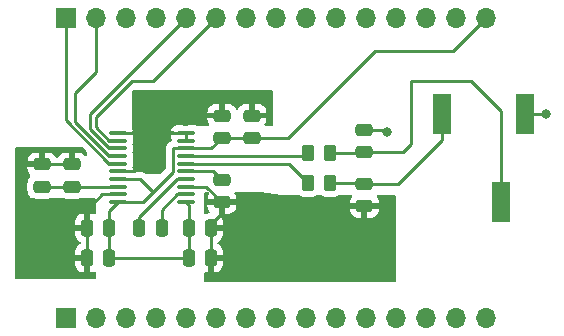
<source format=gbr>
%TF.GenerationSoftware,KiCad,Pcbnew,7.0.9*%
%TF.CreationDate,2023-12-17T12:43:31-08:00*%
%TF.ProjectId,bt_aux,62745f61-7578-42e6-9b69-6361645f7063,rev?*%
%TF.SameCoordinates,Original*%
%TF.FileFunction,Copper,L1,Top*%
%TF.FilePolarity,Positive*%
%FSLAX46Y46*%
G04 Gerber Fmt 4.6, Leading zero omitted, Abs format (unit mm)*
G04 Created by KiCad (PCBNEW 7.0.9) date 2023-12-17 12:43:31*
%MOMM*%
%LPD*%
G01*
G04 APERTURE LIST*
G04 Aperture macros list*
%AMRoundRect*
0 Rectangle with rounded corners*
0 $1 Rounding radius*
0 $2 $3 $4 $5 $6 $7 $8 $9 X,Y pos of 4 corners*
0 Add a 4 corners polygon primitive as box body*
4,1,4,$2,$3,$4,$5,$6,$7,$8,$9,$2,$3,0*
0 Add four circle primitives for the rounded corners*
1,1,$1+$1,$2,$3*
1,1,$1+$1,$4,$5*
1,1,$1+$1,$6,$7*
1,1,$1+$1,$8,$9*
0 Add four rect primitives between the rounded corners*
20,1,$1+$1,$2,$3,$4,$5,0*
20,1,$1+$1,$4,$5,$6,$7,0*
20,1,$1+$1,$6,$7,$8,$9,0*
20,1,$1+$1,$8,$9,$2,$3,0*%
G04 Aperture macros list end*
%TA.AperFunction,SMDPad,CuDef*%
%ADD10RoundRect,0.250000X0.475000X-0.250000X0.475000X0.250000X-0.475000X0.250000X-0.475000X-0.250000X0*%
%TD*%
%TA.AperFunction,SMDPad,CuDef*%
%ADD11RoundRect,0.250000X-0.475000X0.250000X-0.475000X-0.250000X0.475000X-0.250000X0.475000X0.250000X0*%
%TD*%
%TA.AperFunction,SMDPad,CuDef*%
%ADD12R,1.500000X3.500000*%
%TD*%
%TA.AperFunction,SMDPad,CuDef*%
%ADD13RoundRect,0.250000X-0.262500X-0.450000X0.262500X-0.450000X0.262500X0.450000X-0.262500X0.450000X0*%
%TD*%
%TA.AperFunction,SMDPad,CuDef*%
%ADD14RoundRect,0.250000X0.250000X0.475000X-0.250000X0.475000X-0.250000X-0.475000X0.250000X-0.475000X0*%
%TD*%
%TA.AperFunction,ComponentPad*%
%ADD15R,1.700000X1.700000*%
%TD*%
%TA.AperFunction,ComponentPad*%
%ADD16O,1.700000X1.700000*%
%TD*%
%TA.AperFunction,SMDPad,CuDef*%
%ADD17RoundRect,0.250000X-0.250000X-0.475000X0.250000X-0.475000X0.250000X0.475000X-0.250000X0.475000X0*%
%TD*%
%TA.AperFunction,SMDPad,CuDef*%
%ADD18RoundRect,0.100000X0.637500X0.100000X-0.637500X0.100000X-0.637500X-0.100000X0.637500X-0.100000X0*%
%TD*%
%TA.AperFunction,ViaPad*%
%ADD19C,0.800000*%
%TD*%
%TA.AperFunction,Conductor*%
%ADD20C,0.250000*%
%TD*%
G04 APERTURE END LIST*
D10*
%TO.P,C8,1*%
%TO.N,/right*%
X153035000Y-102820000D03*
%TO.P,C8,2*%
%TO.N,GND*%
X153035000Y-100920000D03*
%TD*%
D11*
%TO.P,C13,1*%
%TO.N,Net-(U1-VNEG)*%
X140970000Y-105156000D03*
%TO.P,C13,2*%
%TO.N,GND*%
X140970000Y-107056000D03*
%TD*%
D12*
%TO.P,J3,R*%
%TO.N,/right*%
X164592000Y-107060000D03*
%TO.P,J3,S*%
%TO.N,GND*%
X166592000Y-99560000D03*
%TO.P,J3,T*%
%TO.N,/left*%
X159592000Y-99560000D03*
%TD*%
D13*
%TO.P,R1,1*%
%TO.N,Net-(U1-OUTL)*%
X148275000Y-105410000D03*
%TO.P,R1,2*%
%TO.N,/left*%
X150100000Y-105410000D03*
%TD*%
D14*
%TO.P,C15,1*%
%TO.N,+3.3V*%
X131445000Y-111760000D03*
%TO.P,C15,2*%
%TO.N,GND*%
X129545000Y-111760000D03*
%TD*%
D10*
%TO.P,C10,1*%
%TO.N,Net-(U1-LDOO)*%
X125730000Y-105735000D03*
%TO.P,C10,2*%
%TO.N,GND*%
X125730000Y-103835000D03*
%TD*%
D15*
%TO.P,J1,1,Pin_1*%
%TO.N,unconnected-(J1-Pin_1-Pad1)*%
X127762000Y-116840000D03*
D16*
%TO.P,J1,2,Pin_2*%
%TO.N,unconnected-(J1-Pin_2-Pad2)*%
X130302000Y-116840000D03*
%TO.P,J1,3,Pin_3*%
%TO.N,unconnected-(J1-Pin_3-Pad3)*%
X132842000Y-116840000D03*
%TO.P,J1,4,Pin_4*%
%TO.N,unconnected-(J1-Pin_4-Pad4)*%
X135382000Y-116840000D03*
%TO.P,J1,5,Pin_5*%
%TO.N,unconnected-(J1-Pin_5-Pad5)*%
X137922000Y-116840000D03*
%TO.P,J1,6,Pin_6*%
%TO.N,unconnected-(J1-Pin_6-Pad6)*%
X140462000Y-116840000D03*
%TO.P,J1,7,Pin_7*%
%TO.N,unconnected-(J1-Pin_7-Pad7)*%
X143002000Y-116840000D03*
%TO.P,J1,8,Pin_8*%
%TO.N,unconnected-(J1-Pin_8-Pad8)*%
X145542000Y-116840000D03*
%TO.P,J1,9,Pin_9*%
%TO.N,unconnected-(J1-Pin_9-Pad9)*%
X148082000Y-116840000D03*
%TO.P,J1,10,Pin_10*%
%TO.N,unconnected-(J1-Pin_10-Pad10)*%
X150622000Y-116840000D03*
%TO.P,J1,11,Pin_11*%
%TO.N,unconnected-(J1-Pin_11-Pad11)*%
X153162000Y-116840000D03*
%TO.P,J1,12,Pin_12*%
%TO.N,unconnected-(J1-Pin_12-Pad12)*%
X155702000Y-116840000D03*
%TO.P,J1,13,Pin_13*%
%TO.N,unconnected-(J1-Pin_13-Pad13)*%
X158242000Y-116840000D03*
%TO.P,J1,14,Pin_14*%
%TO.N,GND*%
X160782000Y-116840000D03*
%TO.P,J1,15,Pin_15*%
%TO.N,unconnected-(J1-Pin_15-Pad15)*%
X163322000Y-116840000D03*
%TD*%
D17*
%TO.P,C17,1*%
%TO.N,+3.3V*%
X138176000Y-111760000D03*
%TO.P,C17,2*%
%TO.N,GND*%
X140076000Y-111760000D03*
%TD*%
D11*
%TO.P,C7,1*%
%TO.N,/left*%
X153035000Y-105460000D03*
%TO.P,C7,2*%
%TO.N,GND*%
X153035000Y-107360000D03*
%TD*%
D10*
%TO.P,C12,1*%
%TO.N,+3.3V*%
X143510000Y-101600000D03*
%TO.P,C12,2*%
%TO.N,GND*%
X143510000Y-99700000D03*
%TD*%
%TO.P,C11,1*%
%TO.N,+3.3V*%
X140970000Y-101600000D03*
%TO.P,C11,2*%
%TO.N,GND*%
X140970000Y-99700000D03*
%TD*%
D18*
%TO.P,U1,1,CPVDD*%
%TO.N,+3.3V*%
X137912500Y-107035000D03*
%TO.P,U1,2,CAPP*%
%TO.N,Net-(U1-CAPP)*%
X137912500Y-106385000D03*
%TO.P,U1,3,CPGND*%
%TO.N,GND*%
X137912500Y-105735000D03*
%TO.P,U1,4,CAPM*%
%TO.N,Net-(U1-CAPM)*%
X137912500Y-105085000D03*
%TO.P,U1,5,VNEG*%
%TO.N,Net-(U1-VNEG)*%
X137912500Y-104435000D03*
%TO.P,U1,6,OUTL*%
%TO.N,Net-(U1-OUTL)*%
X137912500Y-103785000D03*
%TO.P,U1,7,OUTR*%
%TO.N,Net-(U1-OUTR)*%
X137912500Y-103135000D03*
%TO.P,U1,8,AVDD*%
%TO.N,+3.3V*%
X137912500Y-102485000D03*
%TO.P,U1,9,AGND*%
%TO.N,GND*%
X137912500Y-101835000D03*
%TO.P,U1,10,DEMP*%
X137912500Y-101185000D03*
%TO.P,U1,11,FLT*%
X132187500Y-101185000D03*
%TO.P,U1,12,SCK*%
%TO.N,/sck*%
X132187500Y-101835000D03*
%TO.P,U1,13,BCK*%
%TO.N,/bck*%
X132187500Y-102485000D03*
%TO.P,U1,14,DIN*%
%TO.N,/din*%
X132187500Y-103135000D03*
%TO.P,U1,15,LRCK*%
%TO.N,/lrck*%
X132187500Y-103785000D03*
%TO.P,U1,16,FMT*%
%TO.N,GND*%
X132187500Y-104435000D03*
%TO.P,U1,17,XSMT*%
%TO.N,+3.3V*%
X132187500Y-105085000D03*
%TO.P,U1,18,LDOO*%
%TO.N,Net-(U1-LDOO)*%
X132187500Y-105735000D03*
%TO.P,U1,19,DGND*%
%TO.N,GND*%
X132187500Y-106385000D03*
%TO.P,U1,20,DVDD*%
%TO.N,+3.3V*%
X132187500Y-107035000D03*
%TD*%
D14*
%TO.P,C14,1*%
%TO.N,+3.3V*%
X131445000Y-109220000D03*
%TO.P,C14,2*%
%TO.N,GND*%
X129545000Y-109220000D03*
%TD*%
D13*
%TO.P,R2,1*%
%TO.N,Net-(U1-OUTR)*%
X148275000Y-102870000D03*
%TO.P,R2,2*%
%TO.N,/right*%
X150100000Y-102870000D03*
%TD*%
D14*
%TO.P,C18,1*%
%TO.N,Net-(U1-CAPP)*%
X135890000Y-109220000D03*
%TO.P,C18,2*%
%TO.N,Net-(U1-CAPM)*%
X133990000Y-109220000D03*
%TD*%
D17*
%TO.P,C16,1*%
%TO.N,+3.3V*%
X138176000Y-109220000D03*
%TO.P,C16,2*%
%TO.N,GND*%
X140076000Y-109220000D03*
%TD*%
D10*
%TO.P,C9,1*%
%TO.N,Net-(U1-LDOO)*%
X128270000Y-105735000D03*
%TO.P,C9,2*%
%TO.N,GND*%
X128270000Y-103835000D03*
%TD*%
D15*
%TO.P,J2,1,Pin_1*%
%TO.N,/lrck*%
X127762000Y-91440000D03*
D16*
%TO.P,J2,2,Pin_2*%
%TO.N,/din*%
X130302000Y-91440000D03*
%TO.P,J2,3,Pin_3*%
%TO.N,unconnected-(J2-Pin_3-Pad3)*%
X132842000Y-91440000D03*
%TO.P,J2,4,Pin_4*%
%TO.N,unconnected-(J2-Pin_4-Pad4)*%
X135382000Y-91440000D03*
%TO.P,J2,5,Pin_5*%
%TO.N,/bck*%
X137922000Y-91440000D03*
%TO.P,J2,6,Pin_6*%
%TO.N,/sck*%
X140462000Y-91440000D03*
%TO.P,J2,7,Pin_7*%
%TO.N,unconnected-(J2-Pin_7-Pad7)*%
X143002000Y-91440000D03*
%TO.P,J2,8,Pin_8*%
%TO.N,unconnected-(J2-Pin_8-Pad8)*%
X145542000Y-91440000D03*
%TO.P,J2,9,Pin_9*%
%TO.N,unconnected-(J2-Pin_9-Pad9)*%
X148082000Y-91440000D03*
%TO.P,J2,10,Pin_10*%
%TO.N,unconnected-(J2-Pin_10-Pad10)*%
X150622000Y-91440000D03*
%TO.P,J2,11,Pin_11*%
%TO.N,unconnected-(J2-Pin_11-Pad11)*%
X153162000Y-91440000D03*
%TO.P,J2,12,Pin_12*%
%TO.N,unconnected-(J2-Pin_12-Pad12)*%
X155702000Y-91440000D03*
%TO.P,J2,13,Pin_13*%
%TO.N,unconnected-(J2-Pin_13-Pad13)*%
X158242000Y-91440000D03*
%TO.P,J2,14,Pin_14*%
%TO.N,GND*%
X160782000Y-91440000D03*
%TO.P,J2,15,Pin_15*%
%TO.N,+3.3V*%
X163322000Y-91440000D03*
%TD*%
D19*
%TO.N,GND*%
X142240000Y-112776000D03*
X124206000Y-112776000D03*
X129540000Y-107442000D03*
X142240000Y-98044000D03*
X147320000Y-107188000D03*
X168402000Y-99568000D03*
X154940000Y-109220000D03*
X150368000Y-113030000D03*
X123952000Y-103886000D03*
X134874000Y-98298000D03*
X124460000Y-108204000D03*
X143002000Y-107696000D03*
X134874000Y-103632000D03*
X154940000Y-101092000D03*
X134874000Y-101346000D03*
%TD*%
D20*
%TO.N,/left*%
X152985000Y-105410000D02*
X153035000Y-105460000D01*
X150100000Y-105410000D02*
X152985000Y-105410000D01*
X159592000Y-101774000D02*
X155906000Y-105460000D01*
X159592000Y-99560000D02*
X159592000Y-101774000D01*
X155906000Y-105460000D02*
X153035000Y-105460000D01*
%TO.N,GND*%
X139649000Y-105735000D02*
X137912500Y-105735000D01*
X140076000Y-108844000D02*
X140970000Y-107950000D01*
X128270000Y-103835000D02*
X125730000Y-103835000D01*
X153035000Y-100920000D02*
X154768000Y-100920000D01*
X137912500Y-101185000D02*
X137912500Y-101835000D01*
X140076000Y-109220000D02*
X140076000Y-108844000D01*
X168394000Y-99560000D02*
X168402000Y-99568000D01*
X137912500Y-101185000D02*
X136559000Y-101185000D01*
X140970000Y-107950000D02*
X140970000Y-107056000D01*
X132187500Y-101185000D02*
X133765000Y-101185000D01*
X154768000Y-100920000D02*
X154940000Y-101092000D01*
X140076000Y-109220000D02*
X140076000Y-111760000D01*
X132187500Y-104435000D02*
X133563000Y-104435000D01*
X136559000Y-101185000D02*
X136398000Y-101346000D01*
X133563000Y-104435000D02*
X133858000Y-104140000D01*
X130851000Y-106385000D02*
X130048000Y-107188000D01*
X129545000Y-109220000D02*
X129545000Y-111760000D01*
X132187500Y-106385000D02*
X130851000Y-106385000D01*
X140970000Y-107056000D02*
X139649000Y-105735000D01*
X166592000Y-99560000D02*
X168394000Y-99560000D01*
%TO.N,/right*%
X156972000Y-102108000D02*
X156260000Y-102820000D01*
X164592000Y-99314000D02*
X162052000Y-96774000D01*
X156260000Y-102820000D02*
X153035000Y-102820000D01*
X162052000Y-96774000D02*
X156972000Y-96774000D01*
X150100000Y-102870000D02*
X152985000Y-102870000D01*
X156972000Y-96774000D02*
X156972000Y-102108000D01*
X152985000Y-102870000D02*
X153035000Y-102820000D01*
X164592000Y-107060000D02*
X164592000Y-99314000D01*
%TO.N,Net-(U1-LDOO)*%
X128265000Y-105405000D02*
X128270000Y-105410000D01*
X128270000Y-105735000D02*
X125730000Y-105735000D01*
X128270000Y-105410000D02*
X128595000Y-105735000D01*
X128270000Y-105735000D02*
X132187500Y-105735000D01*
%TO.N,+3.3V*%
X138176000Y-111760000D02*
X138176000Y-107298500D01*
X140970000Y-101600000D02*
X143510000Y-101600000D01*
X132187500Y-105085000D02*
X134041000Y-105085000D01*
X140085000Y-102485000D02*
X137912500Y-102485000D01*
X134041000Y-105085000D02*
X135128000Y-106172000D01*
X134265000Y-107035000D02*
X132187500Y-107035000D01*
X146558000Y-101600000D02*
X143510000Y-101600000D01*
X131445000Y-107777500D02*
X132187500Y-107035000D01*
X137912500Y-102485000D02*
X136850000Y-102485000D01*
X136850000Y-104450000D02*
X134620000Y-106680000D01*
X160528000Y-94234000D02*
X153924000Y-94234000D01*
X134620000Y-106680000D02*
X134265000Y-107035000D01*
X131445000Y-111760000D02*
X138176000Y-111760000D01*
X131445000Y-109220000D02*
X131445000Y-107777500D01*
X131445000Y-111760000D02*
X131445000Y-109220000D01*
X136850000Y-102485000D02*
X136850000Y-104450000D01*
X138176000Y-107298500D02*
X137912500Y-107035000D01*
X163322000Y-91440000D02*
X160528000Y-94234000D01*
X140970000Y-101600000D02*
X140085000Y-102485000D01*
X153924000Y-94234000D02*
X146558000Y-101600000D01*
%TO.N,Net-(U1-VNEG)*%
X140249000Y-104435000D02*
X137912500Y-104435000D01*
X140970000Y-105156000D02*
X140249000Y-104435000D01*
%TO.N,Net-(U1-CAPP)*%
X135890000Y-107670001D02*
X137175001Y-106385000D01*
X135890000Y-109220000D02*
X135890000Y-107670001D01*
X137175001Y-106385000D02*
X137912500Y-106385000D01*
%TO.N,Net-(U1-CAPM)*%
X133990000Y-109220000D02*
X133990000Y-108270001D01*
X133990000Y-108270001D02*
X137175001Y-105085000D01*
X137175001Y-105085000D02*
X137912500Y-105085000D01*
%TO.N,/lrck*%
X131450001Y-103785000D02*
X127762000Y-100096999D01*
X127762000Y-100096999D02*
X127762000Y-91440000D01*
X132187500Y-103785000D02*
X131450001Y-103785000D01*
%TO.N,/din*%
X132187500Y-103135000D02*
X131450001Y-103135000D01*
X128524000Y-100208999D02*
X128524000Y-97790000D01*
X131450001Y-103135000D02*
X128524000Y-100208999D01*
X130302000Y-96012000D02*
X130302000Y-91440000D01*
X128524000Y-97790000D02*
X130302000Y-96012000D01*
%TO.N,/bck*%
X129794000Y-100828999D02*
X129794000Y-99568000D01*
X129794000Y-99568000D02*
X137922000Y-91440000D01*
X131450001Y-102485000D02*
X129794000Y-100828999D01*
X132187500Y-102485000D02*
X131450001Y-102485000D01*
%TO.N,/sck*%
X132187500Y-101835000D02*
X131450001Y-101835000D01*
X135128000Y-96774000D02*
X140462000Y-91440000D01*
X130302000Y-100686999D02*
X130302000Y-99822000D01*
X131450001Y-101835000D02*
X130302000Y-100686999D01*
X130302000Y-99822000D02*
X133350000Y-96774000D01*
X133350000Y-96774000D02*
X135128000Y-96774000D01*
%TO.N,Net-(U1-OUTL)*%
X148275000Y-105410000D02*
X146650000Y-103785000D01*
X146650000Y-103785000D02*
X137912500Y-103785000D01*
%TO.N,Net-(U1-OUTR)*%
X148010000Y-103135000D02*
X137912500Y-103135000D01*
X148275000Y-102870000D02*
X148010000Y-103135000D01*
%TD*%
%TA.AperFunction,Conductor*%
%TO.N,GND*%
G36*
X129158088Y-102381685D02*
G01*
X129178727Y-102398316D01*
X129503681Y-102723271D01*
X129537166Y-102784593D01*
X129540000Y-102810951D01*
X129540000Y-103019977D01*
X129520315Y-103087016D01*
X129467511Y-103132771D01*
X129398353Y-103142715D01*
X129334797Y-103113690D01*
X129328319Y-103107658D01*
X129213345Y-102992684D01*
X129064124Y-102900643D01*
X129064119Y-102900641D01*
X128897697Y-102845494D01*
X128897690Y-102845493D01*
X128794986Y-102835000D01*
X128520000Y-102835000D01*
X128520000Y-103961000D01*
X128500315Y-104028039D01*
X128447511Y-104073794D01*
X128396000Y-104085000D01*
X128144000Y-104085000D01*
X128076961Y-104065315D01*
X128031206Y-104012511D01*
X128020000Y-103961000D01*
X128020000Y-102835000D01*
X127745029Y-102835000D01*
X127745012Y-102835001D01*
X127642302Y-102845494D01*
X127475880Y-102900641D01*
X127475875Y-102900643D01*
X127326654Y-102992684D01*
X127202684Y-103116654D01*
X127106851Y-103272025D01*
X127104800Y-103270759D01*
X127066201Y-103314590D01*
X126999006Y-103333737D01*
X126932127Y-103313516D01*
X126895120Y-103270808D01*
X126893149Y-103272025D01*
X126797315Y-103116654D01*
X126673345Y-102992684D01*
X126524124Y-102900643D01*
X126524119Y-102900641D01*
X126357697Y-102845494D01*
X126357690Y-102845493D01*
X126254986Y-102835000D01*
X125980000Y-102835000D01*
X125980000Y-103961000D01*
X125960315Y-104028039D01*
X125907511Y-104073794D01*
X125856000Y-104085000D01*
X124505001Y-104085000D01*
X124505001Y-104134986D01*
X124515494Y-104237697D01*
X124570641Y-104404119D01*
X124570643Y-104404124D01*
X124662684Y-104553345D01*
X124677681Y-104568342D01*
X124711166Y-104629665D01*
X124714000Y-104656023D01*
X124714000Y-104913270D01*
X124694315Y-104980309D01*
X124677681Y-105000951D01*
X124662289Y-105016342D01*
X124570187Y-105165663D01*
X124570186Y-105165666D01*
X124515001Y-105332203D01*
X124515001Y-105332204D01*
X124515000Y-105332204D01*
X124504500Y-105434983D01*
X124504500Y-106035001D01*
X124504501Y-106035019D01*
X124515000Y-106137796D01*
X124515001Y-106137799D01*
X124570185Y-106304331D01*
X124570187Y-106304336D01*
X124662289Y-106453657D01*
X124677681Y-106469049D01*
X124711166Y-106530372D01*
X124714000Y-106556730D01*
X124714000Y-106680000D01*
X124946395Y-106680000D01*
X124985399Y-106686294D01*
X125102203Y-106724999D01*
X125204991Y-106735500D01*
X126255008Y-106735499D01*
X126255016Y-106735498D01*
X126255019Y-106735498D01*
X126311302Y-106729748D01*
X126357797Y-106724999D01*
X126474601Y-106686294D01*
X126513605Y-106680000D01*
X127486395Y-106680000D01*
X127525399Y-106686294D01*
X127642203Y-106724999D01*
X127744991Y-106735500D01*
X128795008Y-106735499D01*
X128795016Y-106735498D01*
X128795019Y-106735498D01*
X128851302Y-106729748D01*
X128897797Y-106724999D01*
X129014601Y-106686294D01*
X129053605Y-106680000D01*
X130178000Y-106680000D01*
X130245039Y-106699685D01*
X130290794Y-106752489D01*
X130302000Y-106804000D01*
X130302000Y-107954351D01*
X130282315Y-108021390D01*
X130229511Y-108067145D01*
X130160353Y-108077089D01*
X130121064Y-108062850D01*
X130120670Y-108063696D01*
X130114119Y-108060641D01*
X129947697Y-108005494D01*
X129947690Y-108005493D01*
X129844986Y-107995000D01*
X129795000Y-107995000D01*
X129795000Y-109346000D01*
X129775315Y-109413039D01*
X129722511Y-109458794D01*
X129671000Y-109470000D01*
X128545001Y-109470000D01*
X128545001Y-109744986D01*
X128555494Y-109847697D01*
X128610641Y-110014119D01*
X128610643Y-110014124D01*
X128702684Y-110163345D01*
X128826654Y-110287315D01*
X128982025Y-110383149D01*
X128980759Y-110385199D01*
X129024590Y-110423799D01*
X129043737Y-110490994D01*
X129023516Y-110557873D01*
X128980808Y-110594879D01*
X128982025Y-110596851D01*
X128826654Y-110692684D01*
X128702684Y-110816654D01*
X128610643Y-110965875D01*
X128610641Y-110965880D01*
X128555494Y-111132302D01*
X128555493Y-111132309D01*
X128545000Y-111235013D01*
X128545000Y-111510000D01*
X129671000Y-111510000D01*
X129738039Y-111529685D01*
X129783794Y-111582489D01*
X129795000Y-111634000D01*
X129795000Y-112984999D01*
X129844972Y-112984999D01*
X129844986Y-112984998D01*
X129947697Y-112974505D01*
X130114119Y-112919358D01*
X130120670Y-112916304D01*
X130121365Y-112917795D01*
X130180289Y-112901669D01*
X130246953Y-112922588D01*
X130291726Y-112976227D01*
X130302000Y-113025648D01*
X130302000Y-113414000D01*
X130282315Y-113481039D01*
X130229511Y-113526794D01*
X130178000Y-113538000D01*
X123568000Y-113538000D01*
X123500961Y-113518315D01*
X123455206Y-113465511D01*
X123444000Y-113414000D01*
X123444000Y-112010000D01*
X128545001Y-112010000D01*
X128545001Y-112284986D01*
X128555494Y-112387697D01*
X128610641Y-112554119D01*
X128610643Y-112554124D01*
X128702684Y-112703345D01*
X128826654Y-112827315D01*
X128975875Y-112919356D01*
X128975880Y-112919358D01*
X129142302Y-112974505D01*
X129142309Y-112974506D01*
X129245019Y-112984999D01*
X129294999Y-112984998D01*
X129295000Y-112984998D01*
X129295000Y-112010000D01*
X128545001Y-112010000D01*
X123444000Y-112010000D01*
X123444000Y-108970000D01*
X128545000Y-108970000D01*
X129295000Y-108970000D01*
X129295000Y-107995000D01*
X129294999Y-107994999D01*
X129245029Y-107995000D01*
X129245011Y-107995001D01*
X129142302Y-108005494D01*
X128975880Y-108060641D01*
X128975875Y-108060643D01*
X128826654Y-108152684D01*
X128702684Y-108276654D01*
X128610643Y-108425875D01*
X128610641Y-108425880D01*
X128555494Y-108592302D01*
X128555493Y-108592309D01*
X128545000Y-108695013D01*
X128545000Y-108970000D01*
X123444000Y-108970000D01*
X123444000Y-103585000D01*
X124505000Y-103585000D01*
X125480000Y-103585000D01*
X125480000Y-102835000D01*
X125205029Y-102835000D01*
X125205012Y-102835001D01*
X125102302Y-102845494D01*
X124935880Y-102900641D01*
X124935875Y-102900643D01*
X124786654Y-102992684D01*
X124662684Y-103116654D01*
X124570643Y-103265875D01*
X124570641Y-103265880D01*
X124515494Y-103432302D01*
X124515493Y-103432309D01*
X124505000Y-103535013D01*
X124505000Y-103585000D01*
X123444000Y-103585000D01*
X123444000Y-102486000D01*
X123463685Y-102418961D01*
X123516489Y-102373206D01*
X123568000Y-102362000D01*
X129091049Y-102362000D01*
X129158088Y-102381685D01*
G37*
%TD.AperFunction*%
%TD*%
%TA.AperFunction,Conductor*%
%TO.N,GND*%
G36*
X139849725Y-106191685D02*
G01*
X139895480Y-106244489D01*
X139905424Y-106313647D01*
X139888225Y-106361097D01*
X139810643Y-106486875D01*
X139810641Y-106486880D01*
X139755494Y-106653302D01*
X139755493Y-106653309D01*
X139745000Y-106756013D01*
X139745000Y-106806000D01*
X142194999Y-106806000D01*
X142194999Y-106756028D01*
X142194998Y-106756013D01*
X142184505Y-106653302D01*
X142129358Y-106486880D01*
X142129356Y-106486875D01*
X142051775Y-106361097D01*
X142033335Y-106293704D01*
X142054257Y-106227041D01*
X142107899Y-106182271D01*
X142157314Y-106172000D01*
X144263186Y-106172000D01*
X144280722Y-106173246D01*
X146050000Y-106426000D01*
X147466961Y-106426000D01*
X147534000Y-106445685D01*
X147543815Y-106452693D01*
X147543841Y-106452709D01*
X147543844Y-106452712D01*
X147693166Y-106544814D01*
X147859703Y-106599999D01*
X147962491Y-106610500D01*
X148587508Y-106610499D01*
X148587516Y-106610498D01*
X148587519Y-106610498D01*
X148643802Y-106604748D01*
X148690297Y-106599999D01*
X148856834Y-106544814D01*
X149006156Y-106452712D01*
X149006157Y-106452710D01*
X149012303Y-106448920D01*
X149012956Y-106449979D01*
X149070922Y-106426593D01*
X149083039Y-106426000D01*
X149291961Y-106426000D01*
X149359000Y-106445685D01*
X149368815Y-106452693D01*
X149368841Y-106452709D01*
X149368844Y-106452712D01*
X149518166Y-106544814D01*
X149684703Y-106599999D01*
X149787491Y-106610500D01*
X150412508Y-106610499D01*
X150412516Y-106610498D01*
X150412519Y-106610498D01*
X150468802Y-106604748D01*
X150515297Y-106599999D01*
X150681834Y-106544814D01*
X150831156Y-106452712D01*
X150831157Y-106452710D01*
X150837303Y-106448920D01*
X150837956Y-106449979D01*
X150895922Y-106426593D01*
X150908039Y-106426000D01*
X151883977Y-106426000D01*
X151951016Y-106445685D01*
X151996771Y-106498489D01*
X152006715Y-106567647D01*
X151977690Y-106631203D01*
X151971658Y-106637681D01*
X151967684Y-106641654D01*
X151875643Y-106790875D01*
X151875641Y-106790880D01*
X151820494Y-106957302D01*
X151820493Y-106957309D01*
X151810000Y-107060013D01*
X151810000Y-107110000D01*
X154259999Y-107110000D01*
X154259999Y-107060028D01*
X154259998Y-107060013D01*
X154249505Y-106957302D01*
X154194358Y-106790880D01*
X154194356Y-106790875D01*
X154102315Y-106641654D01*
X154098342Y-106637681D01*
X154064857Y-106576358D01*
X154069841Y-106506666D01*
X154111713Y-106450733D01*
X154177177Y-106426316D01*
X154186023Y-106426000D01*
X155578000Y-106426000D01*
X155645039Y-106445685D01*
X155690794Y-106498489D01*
X155702000Y-106550000D01*
X155702000Y-113668000D01*
X155682315Y-113735039D01*
X155629511Y-113780794D01*
X155578000Y-113792000D01*
X139570000Y-113792000D01*
X139502961Y-113772315D01*
X139457206Y-113719511D01*
X139446000Y-113668000D01*
X139446000Y-113070904D01*
X139465685Y-113003865D01*
X139518489Y-112958110D01*
X139587647Y-112948166D01*
X139609005Y-112953198D01*
X139673305Y-112974505D01*
X139673309Y-112974506D01*
X139776019Y-112984999D01*
X139825999Y-112984998D01*
X139826000Y-112984998D01*
X139826000Y-112010000D01*
X140326000Y-112010000D01*
X140326000Y-112984999D01*
X140375972Y-112984999D01*
X140375986Y-112984998D01*
X140478697Y-112974505D01*
X140645119Y-112919358D01*
X140645124Y-112919356D01*
X140794345Y-112827315D01*
X140918315Y-112703345D01*
X141010356Y-112554124D01*
X141010358Y-112554119D01*
X141065505Y-112387697D01*
X141065506Y-112387690D01*
X141075999Y-112284986D01*
X141076000Y-112284973D01*
X141076000Y-112010000D01*
X140326000Y-112010000D01*
X139826000Y-112010000D01*
X139826000Y-111634000D01*
X139845685Y-111566961D01*
X139898489Y-111521206D01*
X139950000Y-111510000D01*
X141075999Y-111510000D01*
X141075999Y-111235028D01*
X141075998Y-111235013D01*
X141065505Y-111132302D01*
X141010358Y-110965880D01*
X141010356Y-110965875D01*
X140918315Y-110816654D01*
X140794345Y-110692684D01*
X140638975Y-110596851D01*
X140640241Y-110594797D01*
X140596418Y-110556216D01*
X140577262Y-110489023D01*
X140597474Y-110422141D01*
X140640193Y-110385124D01*
X140638975Y-110383149D01*
X140794345Y-110287315D01*
X140918315Y-110163345D01*
X141010356Y-110014124D01*
X141010358Y-110014119D01*
X141065505Y-109847697D01*
X141065506Y-109847690D01*
X141075999Y-109744986D01*
X141076000Y-109744973D01*
X141076000Y-109470000D01*
X139950000Y-109470000D01*
X139882961Y-109450315D01*
X139837206Y-109397511D01*
X139826000Y-109346000D01*
X139826000Y-109094000D01*
X139845685Y-109026961D01*
X139898489Y-108981206D01*
X139950000Y-108970000D01*
X141075999Y-108970000D01*
X141075999Y-108695028D01*
X141075998Y-108695013D01*
X141065505Y-108592302D01*
X141010358Y-108425880D01*
X141010356Y-108425875D01*
X140918315Y-108276654D01*
X140794343Y-108152682D01*
X140778902Y-108143158D01*
X140732178Y-108091209D01*
X140720000Y-108037620D01*
X140720000Y-107306000D01*
X141220000Y-107306000D01*
X141220000Y-108055999D01*
X141494972Y-108055999D01*
X141494986Y-108055998D01*
X141597697Y-108045505D01*
X141764119Y-107990358D01*
X141764124Y-107990356D01*
X141913345Y-107898315D01*
X142037315Y-107774345D01*
X142129356Y-107625124D01*
X142129358Y-107625119D01*
X142134368Y-107610000D01*
X151810001Y-107610000D01*
X151810001Y-107659986D01*
X151820494Y-107762697D01*
X151875641Y-107929119D01*
X151875643Y-107929124D01*
X151967684Y-108078345D01*
X152091654Y-108202315D01*
X152240875Y-108294356D01*
X152240880Y-108294358D01*
X152407302Y-108349505D01*
X152407309Y-108349506D01*
X152510019Y-108359999D01*
X152784999Y-108359999D01*
X152785000Y-108359998D01*
X152785000Y-107610000D01*
X153285000Y-107610000D01*
X153285000Y-108359999D01*
X153559972Y-108359999D01*
X153559986Y-108359998D01*
X153662697Y-108349505D01*
X153829119Y-108294358D01*
X153829124Y-108294356D01*
X153978345Y-108202315D01*
X154102315Y-108078345D01*
X154194356Y-107929124D01*
X154194358Y-107929119D01*
X154249505Y-107762697D01*
X154249506Y-107762690D01*
X154259999Y-107659986D01*
X154260000Y-107659973D01*
X154260000Y-107610000D01*
X153285000Y-107610000D01*
X152785000Y-107610000D01*
X151810001Y-107610000D01*
X142134368Y-107610000D01*
X142184505Y-107458697D01*
X142184506Y-107458690D01*
X142194999Y-107355986D01*
X142195000Y-107355973D01*
X142195000Y-107306000D01*
X141220000Y-107306000D01*
X140720000Y-107306000D01*
X139745001Y-107306000D01*
X139745001Y-107355986D01*
X139755494Y-107458697D01*
X139810641Y-107625119D01*
X139810643Y-107625124D01*
X139902684Y-107774345D01*
X139911658Y-107783319D01*
X139945143Y-107844642D01*
X139940159Y-107914334D01*
X139898287Y-107970267D01*
X139832823Y-107994684D01*
X139823979Y-107995000D01*
X139776030Y-107995000D01*
X139776012Y-107995001D01*
X139673301Y-108005494D01*
X139609003Y-108026800D01*
X139539175Y-108029201D01*
X139479133Y-107993469D01*
X139447941Y-107930949D01*
X139446000Y-107909094D01*
X139446000Y-106296000D01*
X139465685Y-106228961D01*
X139518489Y-106183206D01*
X139570000Y-106172000D01*
X139782686Y-106172000D01*
X139849725Y-106191685D01*
G37*
%TD.AperFunction*%
%TD*%
%TA.AperFunction,Conductor*%
%TO.N,GND*%
G36*
X145231039Y-97555685D02*
G01*
X145276794Y-97608489D01*
X145288000Y-97660000D01*
X145288000Y-100460000D01*
X145268315Y-100527039D01*
X145215511Y-100572794D01*
X145164000Y-100584000D01*
X144697314Y-100584000D01*
X144630275Y-100564315D01*
X144584520Y-100511511D01*
X144574576Y-100442353D01*
X144591775Y-100394903D01*
X144669356Y-100269124D01*
X144669358Y-100269119D01*
X144724505Y-100102697D01*
X144724506Y-100102690D01*
X144734999Y-99999986D01*
X144735000Y-99999973D01*
X144735000Y-99950000D01*
X143384000Y-99950000D01*
X143316961Y-99930315D01*
X143271206Y-99877511D01*
X143260000Y-99826000D01*
X143260000Y-98700000D01*
X143760000Y-98700000D01*
X143760000Y-99450000D01*
X144734999Y-99450000D01*
X144734999Y-99400028D01*
X144734998Y-99400013D01*
X144724505Y-99297302D01*
X144669358Y-99130880D01*
X144669356Y-99130875D01*
X144577315Y-98981654D01*
X144453345Y-98857684D01*
X144304124Y-98765643D01*
X144304119Y-98765641D01*
X144137697Y-98710494D01*
X144137690Y-98710493D01*
X144034986Y-98700000D01*
X143760000Y-98700000D01*
X143260000Y-98700000D01*
X142985029Y-98700000D01*
X142985012Y-98700001D01*
X142882302Y-98710494D01*
X142715880Y-98765641D01*
X142715875Y-98765643D01*
X142566654Y-98857684D01*
X142442684Y-98981654D01*
X142346851Y-99137025D01*
X142344800Y-99135759D01*
X142306201Y-99179590D01*
X142239006Y-99198737D01*
X142172127Y-99178516D01*
X142135120Y-99135808D01*
X142133149Y-99137025D01*
X142037315Y-98981654D01*
X141913345Y-98857684D01*
X141764124Y-98765643D01*
X141764119Y-98765641D01*
X141597697Y-98710494D01*
X141597690Y-98710493D01*
X141494986Y-98700000D01*
X141220000Y-98700000D01*
X141220000Y-99826000D01*
X141200315Y-99893039D01*
X141147511Y-99938794D01*
X141096000Y-99950000D01*
X139745001Y-99950000D01*
X139745001Y-99999986D01*
X139755494Y-100102697D01*
X139810641Y-100269119D01*
X139810643Y-100269124D01*
X139888225Y-100394903D01*
X139906665Y-100462296D01*
X139885743Y-100528959D01*
X139832101Y-100573729D01*
X139782686Y-100584000D01*
X138924784Y-100584000D01*
X138859675Y-100564881D01*
X138859628Y-100564965D01*
X138859285Y-100564767D01*
X138857745Y-100564315D01*
X138854268Y-100561870D01*
X138852587Y-100560900D01*
X138706634Y-100500445D01*
X138706630Y-100500444D01*
X138589330Y-100485000D01*
X138112500Y-100485000D01*
X138112500Y-100584000D01*
X137712500Y-100584000D01*
X137712500Y-100485000D01*
X137235675Y-100485000D01*
X137118371Y-100500442D01*
X137118366Y-100500444D01*
X136972412Y-100560899D01*
X136965372Y-100564965D01*
X136964146Y-100562841D01*
X136910541Y-100583569D01*
X136906251Y-100583748D01*
X136892161Y-100597838D01*
X136886315Y-100617749D01*
X136857489Y-100649084D01*
X136847076Y-100657073D01*
X136750899Y-100782413D01*
X136690444Y-100928368D01*
X136682987Y-100985000D01*
X136906000Y-100985000D01*
X136906000Y-101385000D01*
X136682990Y-101385000D01*
X136682988Y-101385001D01*
X136690442Y-101441627D01*
X136690443Y-101441629D01*
X136699108Y-101462549D01*
X136706576Y-101532018D01*
X136699109Y-101557449D01*
X136690443Y-101578370D01*
X136682987Y-101635000D01*
X136695236Y-101648966D01*
X136714710Y-101654685D01*
X136760465Y-101707489D01*
X136770409Y-101776647D01*
X136741384Y-101840203D01*
X136693317Y-101874293D01*
X136639810Y-101895477D01*
X136636154Y-101896792D01*
X136581559Y-101914533D01*
X136581556Y-101914534D01*
X136574652Y-101918915D01*
X136553880Y-101929499D01*
X136546273Y-101932511D01*
X136546262Y-101932517D01*
X136499814Y-101966263D01*
X136496595Y-101968451D01*
X136448123Y-101999213D01*
X136448120Y-101999216D01*
X136442529Y-102005170D01*
X136425029Y-102020599D01*
X136418413Y-102025405D01*
X136418412Y-102025406D01*
X136381812Y-102069646D01*
X136379238Y-102072565D01*
X136339937Y-102114417D01*
X136339935Y-102114420D01*
X136335994Y-102121589D01*
X136322889Y-102140873D01*
X136317677Y-102147173D01*
X136317674Y-102147178D01*
X136293231Y-102199121D01*
X136291464Y-102202589D01*
X136263804Y-102252903D01*
X136263803Y-102252908D01*
X136261769Y-102260828D01*
X136253870Y-102282768D01*
X136250386Y-102290172D01*
X136250384Y-102290178D01*
X136239629Y-102346561D01*
X136238779Y-102350361D01*
X136224500Y-102405976D01*
X136224500Y-102414152D01*
X136222305Y-102437379D01*
X136220773Y-102445412D01*
X136224378Y-102502724D01*
X136224500Y-102506595D01*
X136224500Y-104139547D01*
X136204815Y-104206586D01*
X136188181Y-104227228D01*
X135803728Y-104611681D01*
X135742405Y-104645166D01*
X135716047Y-104648000D01*
X134539894Y-104648000D01*
X134472855Y-104628315D01*
X134457890Y-104617012D01*
X134455480Y-104614887D01*
X134449986Y-104610625D01*
X134445561Y-104606847D01*
X134411582Y-104574938D01*
X134411580Y-104574936D01*
X134411577Y-104574935D01*
X134394029Y-104565288D01*
X134377763Y-104554604D01*
X134361933Y-104542325D01*
X134319168Y-104523818D01*
X134313922Y-104521248D01*
X134273093Y-104498803D01*
X134273092Y-104498802D01*
X134253693Y-104493822D01*
X134235281Y-104487518D01*
X134216898Y-104479562D01*
X134216892Y-104479560D01*
X134170874Y-104472272D01*
X134165152Y-104471087D01*
X134120021Y-104459500D01*
X134120019Y-104459500D01*
X134099984Y-104459500D01*
X134080586Y-104457973D01*
X134073162Y-104456797D01*
X134060805Y-104454840D01*
X134060804Y-104454840D01*
X134014416Y-104459225D01*
X134008578Y-104459500D01*
X133548999Y-104459500D01*
X133481960Y-104439815D01*
X133436205Y-104387011D01*
X133424999Y-104335500D01*
X133424999Y-104295677D01*
X133409555Y-104178370D01*
X133409554Y-104178365D01*
X133401163Y-104158106D01*
X133393694Y-104088637D01*
X133401164Y-104063199D01*
X133410044Y-104041762D01*
X133425500Y-103924361D01*
X133425499Y-103645640D01*
X133410044Y-103528238D01*
X133401434Y-103507454D01*
X133393965Y-103437986D01*
X133401435Y-103412545D01*
X133410044Y-103391762D01*
X133425500Y-103274361D01*
X133425499Y-102995640D01*
X133410044Y-102878238D01*
X133401434Y-102857454D01*
X133393965Y-102787986D01*
X133401435Y-102762545D01*
X133410044Y-102741762D01*
X133425500Y-102624361D01*
X133425499Y-102345640D01*
X133410044Y-102228238D01*
X133401434Y-102207454D01*
X133393965Y-102137986D01*
X133401435Y-102112545D01*
X133410044Y-102091762D01*
X133425500Y-101974361D01*
X133425499Y-101695640D01*
X133425499Y-101695639D01*
X133425499Y-101695636D01*
X133410046Y-101578246D01*
X133410044Y-101578241D01*
X133410044Y-101578238D01*
X133401162Y-101556797D01*
X133393694Y-101487328D01*
X133401164Y-101461890D01*
X133409555Y-101441632D01*
X133409555Y-101441630D01*
X133417012Y-101385000D01*
X133374500Y-101385000D01*
X133350000Y-101377805D01*
X133350000Y-100985000D01*
X133417010Y-100985000D01*
X133417011Y-100984998D01*
X133409557Y-100928372D01*
X133409555Y-100928366D01*
X133359439Y-100807373D01*
X133350000Y-100759921D01*
X133350000Y-99450000D01*
X139745000Y-99450000D01*
X140720000Y-99450000D01*
X140720000Y-98700000D01*
X140445029Y-98700000D01*
X140445012Y-98700001D01*
X140342302Y-98710494D01*
X140175880Y-98765641D01*
X140175875Y-98765643D01*
X140026654Y-98857684D01*
X139902684Y-98981654D01*
X139810643Y-99130875D01*
X139810641Y-99130880D01*
X139755494Y-99297302D01*
X139755493Y-99297309D01*
X139745000Y-99400013D01*
X139745000Y-99450000D01*
X133350000Y-99450000D01*
X133350000Y-97709953D01*
X133369685Y-97642914D01*
X133386320Y-97622271D01*
X133436274Y-97572318D01*
X133497597Y-97538834D01*
X133523954Y-97536000D01*
X145164000Y-97536000D01*
X145231039Y-97555685D01*
G37*
%TD.AperFunction*%
%TD*%
M02*

</source>
